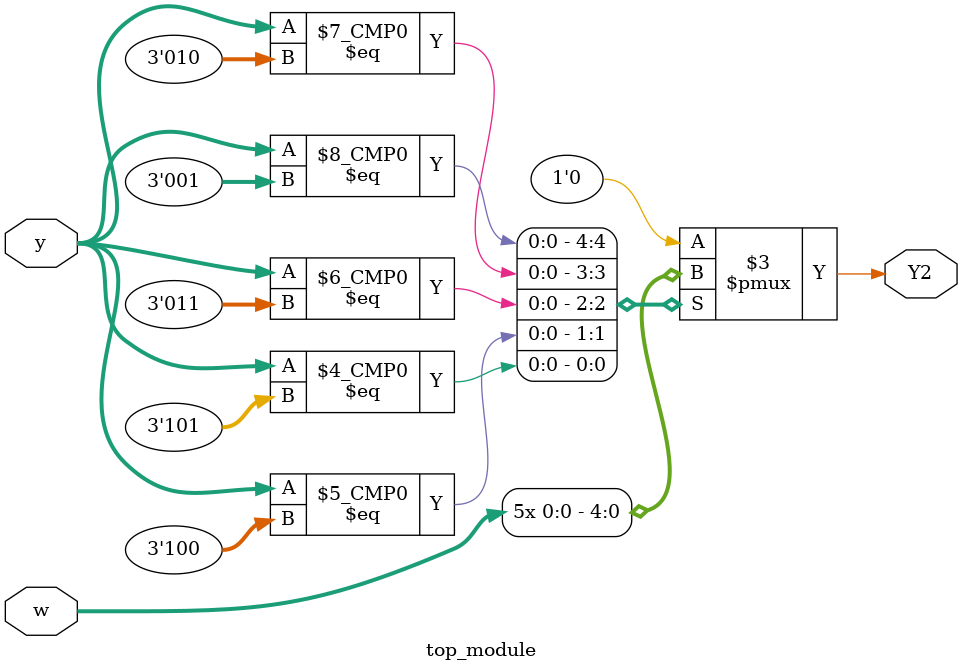
<source format=sv>
module top_module(
	input [3:1] y,
	input w,
	output reg Y2);

	always @(*)
	begin
		case (y)
			3'b000: Y2 = 1'b0;
			3'b001: Y2 = w;
			3'b010: Y2 = w;
			3'b011: Y2 = w;
			3'b100: Y2 = w;
			3'b101: Y2 = w;
			default: Y2 = 1'b0;
		endcase
	end
	
endmodule

</source>
